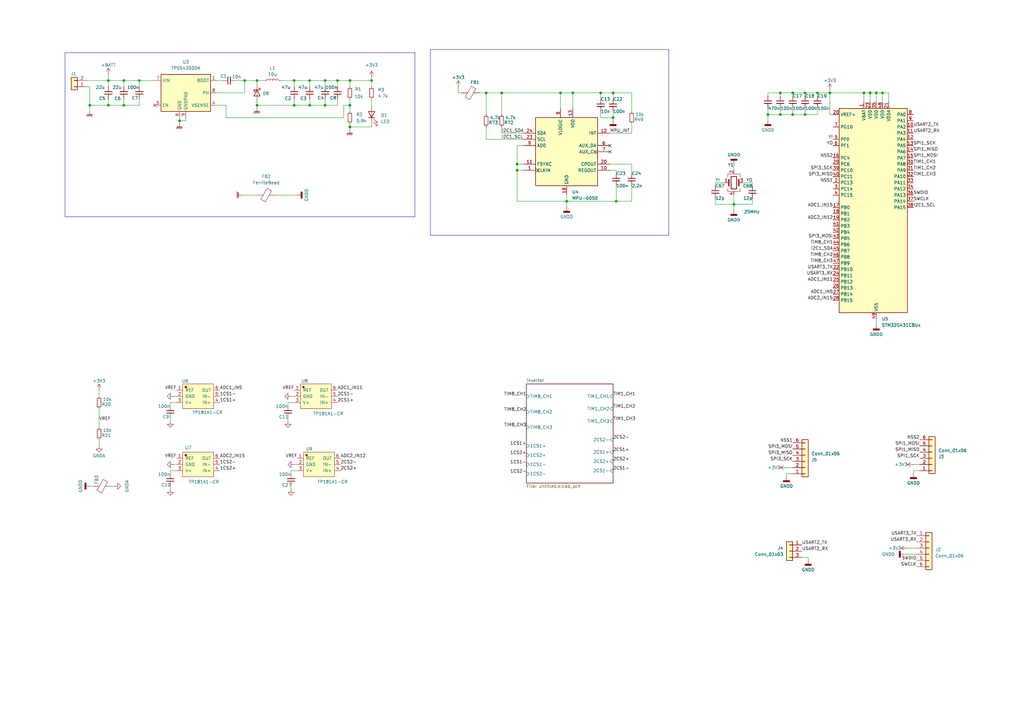
<source format=kicad_sch>
(kicad_sch (version 20231120) (generator "eeschema") (generator_version "8.0")
  (paper "A3")
  (title_block (title "bldc_controller") (date "2023-12-04"))
  (lib_symbols
    (symbol "Connector_Generic:Conn_01x02" (pin_names (offset 1.016) hide)
      (property "Reference" "J" (at 0 2.54 0))
      (property "Value" "Conn_01x02" (at 0 -5.08 0))
      (symbol "Conn_01x02_1_1"
        (pin passive line (at -5.08 0 0) (length 3.81) (name "Pin_1") (number "1"))
        (pin passive line (at -5.08 -2.54 0) (length 3.81) (name "Pin_2") (number "2"))
      )
    )
    (symbol "Connector_Generic:Conn_01x03" (pin_names (offset 1.016) hide)
      (property "Reference" "J" (at 0 5.08 0))
      (property "Value" "Conn_01x03" (at 0 -5.08 0))
      (symbol "Conn_01x03_1_1"
        (pin passive line (at -5.08 2.54 0) (length 3.81) (name "Pin_1") (number "1"))
        (pin passive line (at -5.08 0 0) (length 3.81) (name "Pin_2") (number "2"))
        (pin passive line (at -5.08 -2.54 0) (length 3.81) (name "Pin_3") (number "3"))
      )
    )
    (symbol "Connector_Generic:Conn_01x06" (pin_names (offset 1.016) hide)
      (property "Reference" "J" (at 0 7.62 0))
      (property "Value" "Conn_01x06" (at 0 -10.16 0))
      (symbol "Conn_01x06_1_1"
        (pin passive line (at -5.08 5.08 0) (length 3.81) (name "Pin_1") (number "1"))
        (pin passive line (at -5.08 2.54 0) (length 3.81) (name "Pin_2") (number "2"))
        (pin passive line (at -5.08 0 0) (length 3.81) (name "Pin_3") (number "3"))
        (pin passive line (at -5.08 -2.54 0) (length 3.81) (name "Pin_4") (number "4"))
        (pin passive line (at -5.08 -5.08 0) (length 3.81) (name "Pin_5") (number "5"))
        (pin passive line (at -5.08 -7.62 0) (length 3.81) (name "Pin_6") (number "6"))
      )
    )
    (symbol "Device:C_Small" (pin_numbers hide) (pin_names (offset 0.254) hide)
      (property "Reference" "C" (at 0.254 1.778 0))
      (property "Value" "C_Small" (at 0.254 -2.032 0))
      (symbol "C_Small_1_1"
        (pin passive line (at 0 2.54 270) (length 2.032) (name "~") (number "1"))
        (pin passive line (at 0 -2.54 90) (length 2.032) (name "~") (number "2"))
      )
    )
    (symbol "Device:Crystal_GND24" (pin_names (offset 1.016) hide)
      (property "Reference" "Y" (at 3.175 5.08 0))
      (property "Value" "Crystal_GND24" (at 3.175 3.175 0))
      (symbol "Crystal_GND24_1_1"
        (pin passive line (at -3.81 0 0) (length 1.27) (name "1") (number "1"))
        (pin passive line (at 0 5.08 270) (length 1.27) (name "2") (number "2"))
        (pin passive line (at 3.81 0 180) (length 1.27) (name "3") (number "3"))
        (pin passive line (at 0 -5.08 90) (length 1.27) (name "4") (number "4"))
      )
    )
    (symbol "Device:FerriteBead" (pin_numbers hide) (pin_names (offset 0))
      (property "Reference" "FB" (at -3.81 0.635 90))
      (property "Value" "FerriteBead" (at 3.81 0 90))
      (symbol "FerriteBead_1_1"
        (pin passive line (at 0 3.81 270) (length 2.54) (name "~") (number "1"))
        (pin passive line (at 0 -3.81 90) (length 2.54) (name "~") (number "2"))
      )
    )
    (symbol "Device:L" (pin_numbers hide) (pin_names (offset 1.016) hide)
      (property "Reference" "L" (at -1.27 0 90))
      (property "Value" "L" (at 1.905 0 90))
      (symbol "L_1_1"
        (pin passive line (at 0 3.81 270) (length 1.27) (name "1") (number "1"))
        (pin passive line (at 0 -3.81 90) (length 1.27) (name "2") (number "2"))
      )
    )
    (symbol "Device:LED" (pin_numbers hide) (pin_names (offset 1.016) hide)
      (property "Reference" "D" (at 0 2.54 0))
      (property "Value" "LED" (at 0 -2.54 0))
      (symbol "LED_1_1"
        (pin passive line (at -3.81 0 0) (length 2.54) (name "K") (number "1"))
        (pin passive line (at 3.81 0 180) (length 2.54) (name "A") (number "2"))
      )
    )
    (symbol "Device:R_Small" (pin_numbers hide) (pin_names (offset 0.254) hide)
      (property "Reference" "R" (at 0.762 0.508 0))
      (property "Value" "R_Small" (at 0.762 -1.016 0))
      (symbol "R_Small_1_1"
        (pin passive line (at 0 2.54 270) (length 0.762) (name "~") (number "1"))
        (pin passive line (at 0 -2.54 90) (length 0.762) (name "~") (number "2"))
      )
    )
    (symbol "Diode:1N5712UR" (pin_numbers hide) (pin_names (offset 1.016) hide)
      (property "Reference" "D" (at 0 2.54 0))
      (property "Value" "1N5712UR" (at 0 -2.54 0))
      (symbol "1N5712UR_1_1"
        (pin passive line (at -3.81 0 0) (length 2.54) (name "K") (number "1"))
        (pin passive line (at 3.81 0 180) (length 2.54) (name "A") (number "2"))
      )
    )
    (symbol "MCU_ST_STM32G4:STM32G431CBUx"
      (property "Reference" "U" (at -12.7 44.45 0))
      (property "Value" "STM32G431CBUx" (at 10.16 44.45 0))
      (symbol "STM32G431CBUx_1_1"
        (pin power_in line (at -2.54 45.72 270) (length 2.54) (name "VBAT") (number "1"))
        (pin bidirectional line (at 17.78 35.56 180) (length 2.54) (name "PA2") (number "10"))
        (pin bidirectional line (at 17.78 33.02 180) (length 2.54) (name "PA3") (number "11"))
        (pin bidirectional line (at 17.78 30.48 180) (length 2.54) (name "PA4") (number "12"))
        (pin bidirectional line (at 17.78 27.94 180) (length 2.54) (name "PA5") (number "13"))
        (pin bidirectional line (at 17.78 25.4 180) (length 2.54) (name "PA6") (number "14"))
        (pin bidirectional line (at 17.78 22.86 180) (length 2.54) (name "PA7") (number "15"))
        (pin bidirectional line (at -15.24 22.86 0) (length 2.54) (name "PC4") (number "16"))
        (pin bidirectional line (at -15.24 2.54 0) (length 2.54) (name "PB0") (number "17"))
        (pin bidirectional line (at -15.24 0 0) (length 2.54) (name "PB1") (number "18"))
        (pin bidirectional line (at -15.24 -2.54 0) (length 2.54) (name "PB2") (number "19"))
        (pin bidirectional line (at -15.24 12.7 0) (length 2.54) (name "PC13") (number "2"))
        (pin input line (at -15.24 40.64 0) (length 2.54) (name "VREF+") (number "20"))
        (pin power_in line (at 7.62 45.72 270) (length 2.54) (name "VDDA") (number "21"))
        (pin bidirectional line (at -15.24 -22.86 0) (length 2.54) (name "PB10") (number "22"))
        (pin power_in line (at 0 45.72 270) (length 2.54) (name "VDD") (number "23"))
        (pin bidirectional line (at -15.24 -25.4 0) (length 2.54) (name "PB11") (number "24"))
        (pin bidirectional line (at -15.24 -27.94 0) (length 2.54) (name "PB12") (number "25"))
        (pin bidirectional line (at -15.24 -30.48 0) (length 2.54) (name "PB13") (number "26"))
        (pin bidirectional line (at -15.24 -33.02 0) (length 2.54) (name "PB14") (number "27"))
        (pin bidirectional line (at -15.24 -35.56 0) (length 2.54) (name "PB15") (number "28"))
        (pin bidirectional line (at -15.24 20.32 0) (length 2.54) (name "PC6") (number "29"))
        (pin bidirectional line (at -15.24 10.16 0) (length 2.54) (name "PC14") (number "3"))
        (pin bidirectional line (at 17.78 20.32 180) (length 2.54) (name "PA8") (number "30"))
        (pin bidirectional line (at 17.78 17.78 180) (length 2.54) (name "PA9") (number "31"))
        (pin bidirectional line (at 17.78 15.24 180) (length 2.54) (name "PA10") (number "32"))
        (pin bidirectional line (at 17.78 12.7 180) (length 2.54) (name "PA11") (number "33"))
        (pin bidirectional line (at 17.78 10.16 180) (length 2.54) (name "PA12") (number "34"))
        (pin power_in line (at 2.54 45.72 270) (length 2.54) (name "VDD") (number "35"))
        (pin bidirectional line (at 17.78 7.62 180) (length 2.54) (name "PA13") (number "36"))
        (pin bidirectional line (at 17.78 5.08 180) (length 2.54) (name "PA14") (number "37"))
        (pin bidirectional line (at 17.78 2.54 180) (length 2.54) (name "PA15") (number "38"))
        (pin bidirectional line (at -15.24 17.78 0) (length 2.54) (name "PC10") (number "39"))
        (pin bidirectional line (at -15.24 7.62 0) (length 2.54) (name "PC15") (number "4"))
        (pin bidirectional line (at -15.24 15.24 0) (length 2.54) (name "PC11") (number "40"))
        (pin bidirectional line (at -15.24 -5.08 0) (length 2.54) (name "PB3") (number "41"))
        (pin bidirectional line (at -15.24 -7.62 0) (length 2.54) (name "PB4") (number "42"))
        (pin bidirectional line (at -15.24 -10.16 0) (length 2.54) (name "PB5") (number "43"))
        (pin bidirectional line (at -15.24 -12.7 0) (length 2.54) (name "PB6") (number "44"))
        (pin bidirectional line (at -15.24 -15.24 0) (length 2.54) (name "PB7") (number "45"))
        (pin bidirectional line (at -15.24 -17.78 0) (length 2.54) (name "PB8") (number "46"))
        (pin bidirectional line (at -15.24 -20.32 0) (length 2.54) (name "PB9") (number "47"))
        (pin power_in line (at 5.08 45.72 270) (length 2.54) (name "VDD") (number "48"))
        (pin power_in line (at 2.54 -43.18 90) (length 2.54) (name "VSS") (number "49"))
        (pin bidirectional line (at -15.24 30.48 0) (length 2.54) (name "PF0") (number "5"))
        (pin bidirectional line (at -15.24 27.94 0) (length 2.54) (name "PF1") (number "6"))
        (pin bidirectional line (at -15.24 35.56 0) (length 2.54) (name "PG10") (number "7"))
        (pin bidirectional line (at 17.78 40.64 180) (length 2.54) (name "PA0") (number "8"))
        (pin bidirectional line (at 17.78 38.1 180) (length 2.54) (name "PA1") (number "9"))
      )
    )
    (symbol "Regulator_Switching:TPS5430DDA"
      (property "Reference" "U" (at -10.16 8.89 0))
      (property "Value" "TPS5430DDA" (at -1.27 8.89 0))
      (symbol "TPS5430DDA_1_1"
        (pin input line (at 12.7 5.08 180) (length 2.54) (name "BOOT") (number "1"))
        (pin no_connect line (at -10.16 2.54 0) (length 2.54) hide (name "NC") (number "2"))
        (pin no_connect line (at -10.16 -2.54 0) (length 2.54) hide (name "NC") (number "3"))
        (pin input line (at 12.7 -5.08 180) (length 2.54) (name "VSENSE") (number "4"))
        (pin input line (at -12.7 -5.08 0) (length 2.54) (name "EN") (number "5"))
        (pin power_in line (at -2.54 -10.16 90) (length 2.54) (name "GND") (number "6"))
        (pin power_in line (at -12.7 5.08 0) (length 2.54) (name "VIN") (number "7"))
        (pin output line (at 12.7 0 180) (length 2.54) (name "PH") (number "8"))
        (pin power_in line (at 0 -10.16 90) (length 2.54) (name "GNDPAD") (number "9"))
      )
    )
    (symbol "Sensor_Motion:MPU-6050"
      (property "Reference" "U" (at -11.43 13.97 0))
      (property "Value" "MPU-6050" (at 7.62 -15.24 0))
      (symbol "MPU-6050_0_0"
        (text "" (at 12.7 -2.54 0) (effects (font (size 1.27 1.27))))
      )
      (symbol "MPU-6050_1_1"
        (pin input clock (at -17.78 -7.62 0) (length 5.08) (name "CLKIN") (number "1"))
        (pin passive line (at 17.78 -7.62 180) (length 5.08) (name "REGOUT") (number "10"))
        (pin input line (at -17.78 -5.08 0) (length 5.08) (name "FSYNC") (number "11"))
        (pin output line (at 17.78 7.62 180) (length 5.08) (name "INT") (number "12"))
        (pin power_in line (at 2.54 17.78 270) (length 3.81) (name "VDD") (number "13"))
        (pin no_connect line (at -12.7 -10.16 0) (length 2.54) hide (name "NC") (number "14"))
        (pin no_connect line (at 12.7 12.7 180) (length 2.54) hide (name "NC") (number "15"))
        (pin no_connect line (at 12.7 10.16 180) (length 2.54) hide (name "NC") (number "16"))
        (pin no_connect line (at 12.7 5.08 180) (length 2.54) hide (name "NC") (number "17"))
        (pin power_in line (at 0 -17.78 90) (length 3.81) (name "GND") (number "18"))
        (pin no_connect line (at 12.7 -10.16 180) (length 2.54) hide (name "RESV") (number "19"))
        (pin no_connect line (at -12.7 12.7 0) (length 2.54) hide (name "NC") (number "2"))
        (pin passive line (at 17.78 -5.08 180) (length 5.08) (name "CPOUT") (number "20"))
        (pin no_connect line (at 12.7 -2.54 180) (length 2.54) hide (name "RESV") (number "21"))
        (pin no_connect line (at 12.7 -12.7 180) (length 2.54) hide (name "RESV") (number "22"))
        (pin input line (at -17.78 5.08 0) (length 5.08) (name "SCL") (number "23"))
        (pin bidirectional line (at -17.78 7.62 0) (length 5.08) (name "SDA") (number "24"))
        (pin no_connect line (at -12.7 10.16 0) (length 2.54) hide (name "NC") (number "3"))
        (pin no_connect line (at -12.7 0 0) (length 2.54) hide (name "NC") (number "4"))
        (pin no_connect line (at -12.7 -2.54 0) (length 2.54) hide (name "NC") (number "5"))
        (pin bidirectional line (at 17.78 2.54 180) (length 5.08) (name "AUX_DA") (number "6"))
        (pin output clock (at 17.78 0 180) (length 5.08) (name "AUX_CL") (number "7"))
        (pin power_in line (at -2.54 17.78 270) (length 3.81) (name "VLOGIC") (number "8"))
        (pin input line (at -17.78 2.54 0) (length 5.08) (name "AD0") (number "9"))
      )
    )
    (symbol "bldcDriver:TP181A1-CR" (pin_names (offset 1.016))
      (property "Reference" "U" (at 0 7.6962 0))
      (property "Value" "TP181A1-CR" (at 0 12.7762 0))
      (symbol "TP181A1-CR_1_1"
        (pin input line (at -8.89 2.54 0) (length 2.54) (name "REF") (number "1"))
        (pin input line (at -8.89 0 0) (length 2.54) (name "GND") (number "2"))
        (pin input line (at -8.89 -2.54 0) (length 2.54) (name "V+") (number "3"))
        (pin input line (at 8.89 -2.54 180) (length 2.54) (name "IN+") (number "4"))
        (pin input line (at 8.89 0 180) (length 2.54) (name "IN-") (number "5"))
        (pin input line (at 8.89 2.54 180) (length 2.54) (name "OUT") (number "6"))
      )
    )
    (symbol "power:+3V3" (power) (pin_numbers hide) (pin_names (offset 0) hide)
      (property "Value" "+3V3" (at 0 3.556 0))
      (symbol "+3V3_1_1"
        (pin power_in line (at 0 0 90) (length 0) (name "~") (number "1"))
      )
    )
    (symbol "power:+5V" (power) (pin_numbers hide) (pin_names (offset 0) hide)
      (property "Value" "+5V" (at 0 3.556 0))
      (symbol "+5V_1_1"
        (pin power_in line (at 0 0 90) (length 0) (name "~") (number "1"))
      )
    )
    (symbol "power:+BATT" (power) (pin_numbers hide) (pin_names (offset 0) hide)
      (property "Value" "+BATT" (at 0 3.556 0))
      (symbol "+BATT_1_1"
        (pin power_in line (at 0 0 90) (length 0) (name "~") (number "1"))
      )
    )
    (symbol "power:GNDA" (power) (pin_numbers hide) (pin_names (offset 0) hide)
      (property "Value" "GNDA" (at 0 -3.81 0))
      (symbol "GNDA_1_1"
        (pin power_in line (at 0 0 270) (length 0) (name "~") (number "1"))
      )
    )
    (symbol "power:GNDD" (power) (pin_numbers hide) (pin_names (offset 0) hide)
      (property "Value" "GNDD" (at 0 -3.175 0))
      (symbol "GNDD_1_1"
        (pin power_in line (at 0 0 270) (length 0) (name "~") (number "1"))
      )
    )
    (symbol "power:GNDPWR" (power) (pin_numbers hide) (pin_names (offset 0) hide)
      (property "Value" "GNDPWR" (at 0 -3.302 0))
      (symbol "GNDPWR_1_1"
        (pin power_in line (at 0 0 270) (length 0) (name "~") (number "1"))
      )
    )
  )
  (junction (at 57.15 33.02))
  (junction (at 359.41 38.1))
  (junction (at 127 43.18))
  (junction (at 199.39 38.1))
  (junction (at 143.51 43.18))
  (junction (at 44.45 33.02))
  (junction (at 314.96 46.99))
  (junction (at 143.51 33.02))
  (junction (at 138.43 33.02))
  (junction (at 335.28 38.1))
  (junction (at 133.35 33.02))
  (junction (at 325.12 46.99))
  (junction (at 251.46 38.1))
  (junction (at 50.8 33.02))
  (junction (at 152.4 33.02))
  (junction (at 133.35 43.18))
  (junction (at 143.51 52.07))
  (junction (at 212.09 69.85))
  (junction (at 105.41 43.18))
  (junction (at 212.09 67.31))
  (junction (at 73.66 49.53))
  (junction (at 232.41 82.55))
  (junction (at 361.95 38.1))
  (junction (at 330.2 38.1))
  (junction (at 50.8 43.18))
  (junction (at 234.95 38.1))
  (junction (at 120.65 43.18))
  (junction (at 356.87 38.1))
  (junction (at 300.99 83.82))
  (junction (at 320.04 38.1))
  (junction (at 205.74 38.1))
  (junction (at 120.65 33.02))
  (junction (at 325.12 38.1))
  (junction (at 246.38 38.1))
  (junction (at 320.04 46.99))
  (junction (at 252.73 82.55))
  (junction (at 44.45 43.18))
  (junction (at 354.33 38.1))
  (junction (at 105.41 33.02))
  (junction (at 100.33 33.02))
  (junction (at 340.36 38.1))
  (junction (at 127 33.02))
  (junction (at 251.46 48.26))
  (junction (at 36.83 43.18))
  (junction (at 330.2 46.99))
  (junction (at 229.87 38.1))
  (no_connect (at 250.19 62.23))
  (no_connect (at 63.5 43.18))
  (no_connect (at 250.19 59.69))
  (wire (pts (xy 127 40.64) (xy 127 43.18)))
  (wire (pts (xy 45.72 199.39) (xy 46.99 199.39)))
  (wire (pts (xy 120.65 165.1) (xy 118.11 165.1)))
  (wire (pts (xy 300.99 83.82) (xy 300.99 80.01)))
  (wire (pts (xy 35.56 33.02) (xy 44.45 33.02)))
  (wire (pts (xy 325.12 38.1) (xy 325.12 39.37)))
  (wire (pts (xy 320.04 39.37) (xy 320.04 38.1)))
  (wire (pts (xy 314.96 46.99) (xy 314.96 49.53)))
  (wire (pts (xy 356.87 38.1) (xy 356.87 41.91)))
  (wire (pts (xy 143.51 40.64) (xy 143.51 43.18)))
  (wire (pts (xy 187.96 38.1) (xy 189.23 38.1)))
  (wire (pts (xy 374.65 193.04) (xy 374.65 194.31)))
  (wire (pts (xy 105.41 41.91) (xy 105.41 43.18)))
  (wire (pts (xy 214.63 69.85) (xy 212.09 69.85)))
  (wire (pts (xy 152.4 35.56) (xy 152.4 33.02)))
  (wire (pts (xy 152.4 31.75) (xy 152.4 33.02)))
  (wire (pts (xy 105.41 43.18) (xy 105.41 44.45)))
  (wire (pts (xy 359.41 38.1) (xy 361.95 38.1)))
  (wire (pts (xy 57.15 33.02) (xy 63.5 33.02)))
  (wire (pts (xy 205.74 38.1) (xy 229.87 38.1)))
  (wire (pts (xy 196.85 38.1) (xy 199.39 38.1)))
  (wire (pts (xy 120.65 43.18) (xy 105.41 43.18)))
  (wire (pts (xy 259.08 50.8) (xy 259.08 54.61)))
  (wire (pts (xy 36.83 43.18) (xy 36.83 35.56)))
  (wire (pts (xy 133.35 40.64) (xy 133.35 43.18)))
  (wire (pts (xy 354.33 38.1) (xy 356.87 38.1)))
  (wire (pts (xy 232.41 80.01) (xy 232.41 82.55)))
  (wire (pts (xy 328.93 228.6) (xy 331.47 228.6)))
  (wire (pts (xy 314.96 38.1) (xy 320.04 38.1)))
  (wire (pts (xy 205.74 54.61) (xy 214.63 54.61)))
  (wire (pts (xy 330.2 46.99) (xy 335.28 46.99)))
  (wire (pts (xy 314.96 46.99) (xy 320.04 46.99)))
  (wire (pts (xy 335.28 44.45) (xy 335.28 46.99)))
  (wire (pts (xy 40.64 160.02) (xy 40.64 162.56)))
  (wire (pts (xy 372.11 224.79) (xy 375.92 224.79)))
  (wire (pts (xy 127 43.18) (xy 120.65 43.18)))
  (wire (pts (xy 232.41 82.55) (xy 232.41 85.09)))
  (wire (pts (xy 293.37 74.93) (xy 293.37 76.2)))
  (wire (pts (xy 340.36 46.99) (xy 341.63 46.99)))
  (wire (pts (xy 57.15 35.56) (xy 57.15 33.02)))
  (wire (pts (xy 44.45 35.56) (xy 44.45 33.02)))
  (wire (pts (xy 314.96 39.37) (xy 314.96 38.1)))
  (wire (pts (xy 133.35 43.18) (xy 127 43.18)))
  (wire (pts (xy 322.58 191.77) (xy 325.12 191.77)))
  (wire (pts (xy 320.04 44.45) (xy 320.04 46.99)))
  (wire (pts (xy 308.61 81.28) (xy 308.61 83.82)))
  (wire (pts (xy 73.66 49.53) (xy 76.2 49.53)))
  (wire (pts (xy 250.19 69.85) (xy 252.73 69.85)))
  (wire (pts (xy 322.58 194.31) (xy 325.12 194.31)))
  (wire (pts (xy 152.4 52.07) (xy 143.51 52.07)))
  (wire (pts (xy 36.83 35.56) (xy 35.56 35.56)))
  (wire (pts (xy 335.28 38.1) (xy 335.28 39.37)))
  (wire (pts (xy 199.39 38.1) (xy 205.74 38.1)))
  (wire (pts (xy 330.2 44.45) (xy 330.2 46.99)))
  (wire (pts (xy 44.45 30.48) (xy 44.45 33.02)))
  (wire (pts (xy 99.06 80.01) (xy 105.41 80.01)))
  (wire (pts (xy 354.33 38.1) (xy 354.33 41.91)))
  (wire (pts (xy 252.73 76.2) (xy 252.73 82.55)))
  (wire (pts (xy 374.65 190.5) (xy 377.19 190.5)))
  (wire (pts (xy 361.95 38.1) (xy 364.49 38.1)))
  (wire (pts (xy 36.83 45.72) (xy 36.83 43.18)))
  (wire (pts (xy 113.03 80.01) (xy 121.92 80.01)))
  (wire (pts (xy 300.99 69.85) (xy 300.99 67.31)))
  (wire (pts (xy 359.41 130.81) (xy 359.41 133.35)))
  (wire (pts (xy 69.85 193.04) (xy 69.85 194.31)))
  (wire (pts (xy 234.95 38.1) (xy 246.38 38.1)))
  (wire (pts (xy 92.71 48.26) (xy 92.71 43.18)))
  (wire (pts (xy 105.41 33.02) (xy 107.95 33.02)))
  (wire (pts (xy 229.87 38.1) (xy 234.95 38.1)))
  (wire (pts (xy 331.47 228.6) (xy 331.47 229.87)))
  (wire (pts (xy 40.64 180.34) (xy 40.64 182.88)))
  (wire (pts (xy 304.8 74.93) (xy 308.61 74.93)))
  (wire (pts (xy 252.73 69.85) (xy 252.73 71.12)))
  (wire (pts (xy 250.19 67.31) (xy 259.08 67.31)))
  (wire (pts (xy 138.43 35.56) (xy 138.43 33.02)))
  (wire (pts (xy 72.39 162.56) (xy 71.12 162.56)))
  (wire (pts (xy 133.35 33.02) (xy 138.43 33.02)))
  (wire (pts (xy 143.51 43.18) (xy 143.51 45.72)))
  (wire (pts (xy 293.37 81.28) (xy 293.37 83.82)))
  (wire (pts (xy 259.08 67.31) (xy 259.08 71.12)))
  (wire (pts (xy 340.36 38.1) (xy 354.33 38.1)))
  (wire (pts (xy 199.39 57.15) (xy 199.39 52.07)))
  (wire (pts (xy 40.64 167.64) (xy 40.64 175.26)))
  (wire (pts (xy 50.8 33.02) (xy 57.15 33.02)))
  (wire (pts (xy 73.66 49.53) (xy 73.66 48.26)))
  (wire (pts (xy 100.33 33.02) (xy 105.41 33.02)))
  (wire (pts (xy 320.04 46.99) (xy 325.12 46.99)))
  (wire (pts (xy 229.87 38.1) (xy 229.87 44.45)))
  (wire (pts (xy 44.45 40.64) (xy 44.45 43.18)))
  (wire (pts (xy 143.51 43.18) (xy 140.97 43.18)))
  (wire (pts (xy 322.58 194.31) (xy 322.58 195.58)))
  (wire (pts (xy 293.37 83.82) (xy 300.99 83.82)))
  (wire (pts (xy 127 35.56) (xy 127 33.02)))
  (wire (pts (xy 340.36 36.83) (xy 340.36 38.1)))
  (wire (pts (xy 100.33 38.1) (xy 100.33 33.02)))
  (wire (pts (xy 259.08 38.1) (xy 251.46 38.1)))
  (wire (pts (xy 246.38 38.1) (xy 251.46 38.1)))
  (wire (pts (xy 36.83 43.18) (xy 44.45 43.18)))
  (wire (pts (xy 121.92 193.04) (xy 119.38 193.04)))
  (wire (pts (xy 143.51 52.07) (xy 143.51 50.8)))
  (wire (pts (xy 119.38 199.39) (xy 119.38 200.66)))
  (wire (pts (xy 246.38 38.1) (xy 246.38 40.64)))
  (wire (pts (xy 69.85 171.45) (xy 69.85 172.72)))
  (wire (pts (xy 69.85 165.1) (xy 69.85 166.37)))
  (wire (pts (xy 212.09 69.85) (xy 212.09 82.55)))
  (wire (pts (xy 72.39 190.5) (xy 71.12 190.5)))
  (wire (pts (xy 69.85 199.39) (xy 69.85 200.66)))
  (wire (pts (xy 50.8 43.18) (xy 57.15 43.18)))
  (wire (pts (xy 127 33.02) (xy 120.65 33.02)))
  (wire (pts (xy 73.66 50.8) (xy 73.66 49.53)))
  (wire (pts (xy 361.95 38.1) (xy 361.95 41.91)))
  (wire (pts (xy 359.41 38.1) (xy 359.41 41.91)))
  (wire (pts (xy 140.97 48.26) (xy 92.71 48.26)))
  (wire (pts (xy 105.41 33.02) (xy 105.41 34.29)))
  (wire (pts (xy 212.09 82.55) (xy 232.41 82.55)))
  (wire (pts (xy 143.51 33.02) (xy 138.43 33.02)))
  (wire (pts (xy 50.8 40.64) (xy 50.8 43.18)))
  (wire (pts (xy 234.95 38.1) (xy 234.95 44.45)))
  (wire (pts (xy 212.09 67.31) (xy 212.09 69.85)))
  (wire (pts (xy 143.51 35.56) (xy 143.51 33.02)))
  (wire (pts (xy 38.1 199.39) (xy 36.83 199.39)))
  (wire (pts (xy 308.61 74.93) (xy 308.61 76.2)))
  (wire (pts (xy 44.45 43.18) (xy 50.8 43.18)))
  (wire (pts (xy 314.96 44.45) (xy 314.96 46.99)))
  (wire (pts (xy 72.39 193.04) (xy 69.85 193.04)))
  (wire (pts (xy 138.43 40.64) (xy 138.43 43.18)))
  (wire (pts (xy 120.65 162.56) (xy 119.38 162.56)))
  (wire (pts (xy 330.2 38.1) (xy 330.2 39.37)))
  (wire (pts (xy 127 33.02) (xy 133.35 33.02)))
  (wire (pts (xy 325.12 38.1) (xy 330.2 38.1)))
  (wire (pts (xy 50.8 35.56) (xy 50.8 33.02)))
  (wire (pts (xy 251.46 38.1) (xy 251.46 40.64)))
  (wire (pts (xy 340.36 38.1) (xy 340.36 46.99)))
  (wire (pts (xy 259.08 45.72) (xy 259.08 38.1)))
  (wire (pts (xy 251.46 45.72) (xy 251.46 48.26)))
  (wire (pts (xy 370.84 227.33) (xy 375.92 227.33)))
  (wire (pts (xy 199.39 38.1) (xy 199.39 46.99)))
  (wire (pts (xy 252.73 82.55) (xy 232.41 82.55)))
  (wire (pts (xy 259.08 82.55) (xy 252.73 82.55)))
  (wire (pts (xy 133.35 35.56) (xy 133.35 33.02)))
  (wire (pts (xy 214.63 57.15) (xy 199.39 57.15)))
  (wire (pts (xy 187.96 35.56) (xy 187.96 38.1)))
  (wire (pts (xy 120.65 33.02) (xy 115.57 33.02)))
  (wire (pts (xy 205.74 52.07) (xy 205.74 54.61)))
  (wire (pts (xy 325.12 44.45) (xy 325.12 46.99)))
  (wire (pts (xy 330.2 38.1) (xy 335.28 38.1)))
  (wire (pts (xy 140.97 43.18) (xy 140.97 48.26)))
  (wire (pts (xy 246.38 48.26) (xy 251.46 48.26)))
  (wire (pts (xy 118.11 165.1) (xy 118.11 166.37)))
  (wire (pts (xy 143.51 53.34) (xy 143.51 52.07)))
  (wire (pts (xy 119.38 193.04) (xy 119.38 194.31)))
  (wire (pts (xy 120.65 40.64) (xy 120.65 43.18)))
  (wire (pts (xy 212.09 59.69) (xy 212.09 67.31)))
  (wire (pts (xy 300.99 83.82) (xy 308.61 83.82)))
  (wire (pts (xy 120.65 35.56) (xy 120.65 33.02)))
  (wire (pts (xy 205.74 46.99) (xy 205.74 38.1)))
  (wire (pts (xy 88.9 38.1) (xy 100.33 38.1)))
  (wire (pts (xy 57.15 40.64) (xy 57.15 43.18)))
  (wire (pts (xy 364.49 38.1) (xy 364.49 41.91)))
  (wire (pts (xy 152.4 50.8) (xy 152.4 52.07)))
  (wire (pts (xy 214.63 59.69) (xy 212.09 59.69)))
  (wire (pts (xy 246.38 45.72) (xy 246.38 48.26)))
  (wire (pts (xy 335.28 38.1) (xy 340.36 38.1)))
  (wire (pts (xy 44.45 33.02) (xy 50.8 33.02)))
  (wire (pts (xy 138.43 43.18) (xy 133.35 43.18)))
  (wire (pts (xy 297.18 74.93) (xy 293.37 74.93)))
  (wire (pts (xy 300.99 83.82) (xy 300.99 86.36)))
  (wire (pts (xy 251.46 48.26) (xy 251.46 49.53)))
  (wire (pts (xy 118.11 171.45) (xy 118.11 172.72)))
  (wire (pts (xy 121.92 190.5) (xy 120.65 190.5)))
  (wire (pts (xy 72.39 165.1) (xy 69.85 165.1)))
  (wire (pts (xy 214.63 67.31) (xy 212.09 67.31)))
  (wire (pts (xy 143.51 33.02) (xy 152.4 33.02)))
  (wire (pts (xy 259.08 54.61) (xy 250.19 54.61)))
  (wire (pts (xy 88.9 33.02) (xy 91.44 33.02)))
  (wire (pts (xy 374.65 193.04) (xy 377.19 193.04)))
  (wire (pts (xy 152.4 40.64) (xy 152.4 43.18)))
  (wire (pts (xy 325.12 46.99) (xy 330.2 46.99)))
  (wire (pts (xy 320.04 38.1) (xy 325.12 38.1)))
  (wire (pts (xy 96.52 33.02) (xy 100.33 33.02)))
  (wire (pts (xy 356.87 38.1) (xy 359.41 38.1)))
  (wire (pts (xy 76.2 48.26) (xy 76.2 49.53)))
  (wire (pts (xy 92.71 43.18) (xy 88.9 43.18)))
  (wire (pts (xy 259.08 76.2) (xy 259.08 82.55)))
  (rectangle (start 26.67 21.59) (end 170.18 88.9))
  (rectangle (start 176.53 20.32) (end 274.32 96.52))
  (label "MPU_INT" (at 250.19 54.61 0))
  (label "TIM8_CH2" (at 341.63 105.41 180))
  (label "2CS1+" (at 138.43 165.1 0))
  (label "1CS2+" (at 90.17 193.04 0))
  (label "NSS2" (at 341.63 64.77 180))
  (label "USART3_TX" (at 375.92 219.71 180))
  (label "2CS1-" (at 138.43 162.56 0))
  (label "SPI3_SCK" (at 341.63 69.85 180))
  (label "1CS2-" (at 215.9 194.31 180))
  (label "ADC1_IN15" (at 341.63 85.09 180))
  (label "ADC1_IN5" (at 341.63 120.65 180))
  (label "1CS2+" (at 215.9 186.69 180))
  (label "ADC2_IN15" (at 341.63 123.19 180))
  (label "USART3_TX" (at 341.63 110.49 180))
  (label "VREF" (at 72.39 160.02 180))
  (label "YI" (at 341.63 57.15 180))
  (label "1CS2-" (at 90.17 190.5 0))
  (label "SPI1_SCK" (at 377.19 187.96 180))
  (label "NSS2" (at 377.19 180.34 180))
  (label "1CS1-" (at 215.9 190.5 180))
  (label "SPI3_MISO" (at 341.63 72.39 180))
  (label "SWCLK" (at 375.92 232.41 180))
  (label "VREF" (at 40.64 172.72 0))
  (label "TIM8_CH2" (at 215.9 168.91 180))
  (label "SPI1_MOSI" (at 377.19 182.88 180))
  (label "2CS2+" (at 251.46 189.23 0))
  (label "VREF" (at 72.39 187.96 180))
  (label "1CS1+" (at 215.9 182.88 180))
  (label "ADC2_IN12" (at 341.63 90.17 180))
  (label "TIM1_CH1" (at 374.65 67.31 0))
  (label "2CS1+" (at 251.46 185.42 0))
  (label "SWDIO" (at 374.65 80.01 0))
  (label "1CS1+" (at 90.17 165.1 0))
  (label "USART2_RX" (at 328.93 226.06 0))
  (label "SPI1_SCK" (at 374.65 59.69 0))
  (label "SPI3_MOSI" (at 325.12 184.15 180))
  (label "ADC2_IN15" (at 90.17 187.96 0))
  (label "NSS1" (at 325.12 181.61 180))
  (label "SWCLK" (at 374.65 82.55 0))
  (label "TIM1_CH1" (at 251.46 162.56 0))
  (label "TIM1_CH3" (at 374.65 72.39 0))
  (label "NSS1" (at 341.63 74.93 180))
  (label "VREF" (at 121.92 187.96 180))
  (label "SWDIO" (at 375.92 229.87 180))
  (label "I2C1_SDA" (at 341.63 102.87 180))
  (label "TIM1_CH2" (at 251.46 167.64 0))
  (label "SPI1_MISO" (at 377.19 185.42 180))
  (label "TIM1_CH2" (at 374.65 69.85 0))
  (label "USART2_TX" (at 328.93 223.52 0))
  (label "USART3_RX" (at 341.63 113.03 180))
  (label "TIM8_CH3" (at 215.9 175.26 180))
  (label "SPI3_MISO" (at 325.12 186.69 180))
  (label "2CS1-" (at 251.46 193.04 0))
  (label "2CS2+" (at 139.7 193.04 0))
  (label "YO" (at 308.61 74.93 180))
  (label "2CS2-" (at 139.7 190.5 0))
  (label "YI" (at 293.37 74.93 0))
  (label "1CS1-" (at 90.17 162.56 0))
  (label "ADC1_IN5" (at 90.17 160.02 0))
  (label "SPI1_MOSI" (at 374.65 64.77 0))
  (label "YO" (at 341.63 59.69 180))
  (label "SPI3_MOSI" (at 341.63 97.79 180))
  (label "USART2_TX" (at 374.65 52.07 0))
  (label "TIM8_CH3" (at 341.63 107.95 180))
  (label "TIM8_CH1" (at 341.63 100.33 180))
  (label "I2C1_SCL" (at 374.65 85.09 0))
  (label "ADC1_IN11" (at 341.63 115.57 180))
  (label "VREF" (at 120.65 160.02 180))
  (label "SPI3_SCK" (at 325.12 189.23 180))
  (label "USART3_RX" (at 375.92 222.25 180))
  (label "TIM8_CH1" (at 215.9 162.56 180))
  (label "2CS2-" (at 251.46 180.34 0))
  (label "ADC1_IN11" (at 138.43 160.02 0))
  (label "I2C1_SDA" (at 205.74 54.61 0))
  (label "ADC2_IN12" (at 139.7 187.96 0))
  (label "TIM1_CH3" (at 251.46 172.72 0))
  (label "SPI1_MISO" (at 374.65 62.23 0))
  (label "I2C1_SCL" (at 214.63 57.15 180))
  (label "USART2_RX" (at 374.65 54.61 0))
  (symbol (lib_id "bldcDriver:TP181A1-CR") (at 129.54 162.56 0) (unit 1)
    (property "Reference" "U8" (at 124.968 156.21 0))
    (property "Value" "TP181A1-CR" (at 134.62 169.672 0))
    (property "Footprint" "balancerDriver:SC70-6_L2.1-W1.3-P0.65-LS2.3-BL" (effects (hide yes)))
    (property "Description" "C2902349" (effects (hide yes)))
    (property "uuid" "std:6fa9b53b099d40dc95a02bf17e7a1fcf" (effects (hide yes)))
  )
  (symbol (lib_id "Device:C_Small") (at 93.98 33.02 90) (unit 1)
    (property "Reference" "C1" (at 91.694 31.242 90))
    (property "Value" "10n" (at 97.028 31.496 90))
    (property "Footprint" "Capacitor_SMD:C_0603_1608Metric_Pad1.08x0.95mm_HandSolder" (effects (hide yes)))
    (property "Description" "Unpolarized capacitor, small symbol" (effects (hide yes)))
  )
  (symbol (lib_id "Device:FerriteBead") (at 109.22 80.01 90) (unit 1)
    (property "Reference" "FB2" (at 109.1692 72.39 90))
    (property "Value" "FerriteBead" (at 109.1692 74.93 90))
    (property "Footprint" "Capacitor_SMD:C_0603_1608Metric_Pad1.08x0.95mm_HandSolder" (effects (hide yes)))
    (property "Description" "Ferrite bead" (effects (hide yes)))
  )
  (symbol (lib_id "power:GNDA") (at 71.12 162.56 270) (unit 1)
    (property "Reference" "#PWR034" (effects (hide yes)))
    (property "Value" "GNDA" (effects (hide yes)))
    (property "Description" "Power symbol creates a global label with name \"GNDA\" , analog ground" (effects (hide yes)))
  )
  (symbol (lib_id "Device:L") (at 111.76 33.02 90) (unit 1)
    (property "Reference" "L1" (at 111.76 27.94 90))
    (property "Value" "10u" (at 111.76 30.48 90))
    (property "Footprint" "Inductor_SMD:L_Taiyo-Yuden_NR-40xx_HandSoldering" (effects (hide yes)))
    (property "Description" "Inductor" (effects (hide yes)))
  )
  (symbol (lib_id "Connector_Generic:Conn_01x02") (at 30.48 35.56 180) (unit 1)
    (property "Reference" "J1" (at 30.226 30.226 0))
    (property "Value" "Conn_01x02" (effects (hide yes)))
    (property "Footprint" "balancerDriver:CONN-TH_XT30UPB-M" (effects (hide yes)))
    (property "Description" "Generic connector, single row, 01x02, script generated (kicad-library-utils/schlib/autogen/connector/)" (effects (hide yes)))
  )
  (symbol (lib_id "Regulator_Switching:TPS5430DDA") (at 76.2 38.1 0) (unit 1)
    (property "Reference" "U3" (at 76.2 25.4 0))
    (property "Value" "TPS5430DDA" (at 76.2 27.94 0))
    (property "Footprint" "Package_SO:TI_SO-PowerPAD-8_ThermalVias" (effects (hide yes)))
    (property "Datasheet" "http://www.ti.com/lit/ds/symlink/tps5430.pdf" (effects (hide yes)))
    (property "Description" "3A, Step Down Swift Converter, Adjustable Output Voltage, 5.5-36V Input Voltage, PowerSO-8" (effects (hide yes)))
  )
  (symbol (lib_id "power:GNDD") (at 322.58 195.58 0) (unit 1)
    (property "Reference" "#PWR018" (effects (hide yes)))
    (property "Value" "GNDD" (at 322.58 199.39 0))
    (property "Description" "Power symbol creates a global label with name \"GNDD\" , digital ground" (effects (hide yes)))
  )
  (symbol (lib_id "power:GNDPWR") (at 105.41 44.45 0) (unit 1)
    (property "Reference" "#PWR03" (effects (hide yes)))
    (property "Value" "GNDPWR" (effects (hide yes)))
    (property "Description" "Power symbol creates a global label with name \"GNDPWR\" , global ground" (effects (hide yes)))
  )
  (symbol (lib_id "Device:R_Small") (at 205.74 49.53 0) (unit 1)
    (property "Reference" "R72" (at 206.756 50.292 0) (effects (justify left)))
    (property "Value" "4.7k" (at 207.264 48.26 0) (effects (justify left)))
    (property "Footprint" "Resistor_SMD:R_0603_1608Metric_Pad0.98x0.95mm_HandSolder" (effects (hide yes)))
    (property "Description" "Resistor, small symbol" (effects (hide yes)))
  )
  (symbol (lib_id "bldcDriver:TP181A1-CR") (at 81.28 190.5 0) (unit 1)
    (property "Reference" "U7" (at 77.216 183.642 0))
    (property "Value" "TP181A1-CR" (at 83.566 197.612 0))
    (property "Footprint" "balancerDriver:SC70-6_L2.1-W1.3-P0.65-LS2.3-BL" (effects (hide yes)))
    (property "Description" "C2902349" (effects (hide yes)))
    (property "uuid" "std:6fa9b53b099d40dc95a02bf17e7a1fcf" (effects (hide yes)))
  )
  (symbol (lib_id "power:GNDD") (at 232.41 85.09 0) (unit 1)
    (property "Reference" "#PWR09" (effects (hide yes)))
    (property "Value" "GNDD" (at 232.41 88.9 0))
    (property "Description" "Power symbol creates a global label with name \"GNDD\" , digital ground" (effects (hide yes)))
  )
  (symbol (lib_id "Device:C_Small") (at 138.43 38.1 180) (unit 1)
    (property "Reference" "C8" (at 136.652 40.132 0))
    (property "Value" "100n" (at 135.89 35.814 0))
    (property "Footprint" "Capacitor_SMD:C_0603_1608Metric_Pad1.08x0.95mm_HandSolder" (effects (hide yes)))
    (property "Description" "Unpolarized capacitor, small symbol" (effects (hide yes)))
  )
  (symbol (lib_id "Device:C_Small") (at 69.85 196.85 180) (unit 1)
    (property "Reference" "C10" (at 68.072 198.882 0))
    (property "Value" "100n" (at 67.31 194.564 0))
    (property "Footprint" "Capacitor_SMD:C_0603_1608Metric_Pad1.08x0.95mm_HandSolder" (effects (hide yes)))
    (property "Description" "Unpolarized capacitor, small symbol" (effects (hide yes)))
  )
  (symbol (lib_id "Device:R_Small") (at 40.64 177.8 0) (unit 1)
    (property "Reference" "R21" (at 41.656 178.562 0) (effects (justify left)))
    (property "Value" "10k" (at 42.164 176.53 0) (effects (justify left)))
    (property "Footprint" "Resistor_SMD:R_0603_1608Metric_Pad0.98x0.95mm_HandSolder" (effects (hide yes)))
    (property "Description" "Resistor, small symbol" (effects (hide yes)))
  )
  (symbol (lib_id "Device:C_Small") (at 50.8 38.1 180) (unit 1)
    (property "Reference" "C6" (at 48.26 40.386 0))
    (property "Value" "22u" (at 48.006 35.814 0))
    (property "Footprint" "Capacitor_SMD:C_0805_2012Metric_Pad1.18x1.45mm_HandSolder" (effects (hide yes)))
    (property "Description" "Unpolarized capacitor, small symbol" (effects (hide yes)))
  )
  (symbol (lib_id "Device:C_Small") (at 320.04 41.91 0) (unit 1)
    (property "Reference" "C20" (effects (hide yes)))
    (property "Value" "100n" (at 320.04 44.45 0) (effects (justify left)))
    (property "Footprint" "Capacitor_SMD:C_0603_1608Metric_Pad1.08x0.95mm_HandSolder" (effects (hide yes)))
    (property "Description" "Unpolarized capacitor, small symbol" (effects (hide yes)))
  )
  (symbol (lib_id "power:GNDD") (at 300.99 86.36 0) (unit 1)
    (property "Reference" "#PWR043" (effects (hide yes)))
    (property "Value" "GNDD" (at 300.99 90.17 0))
    (property "Description" "Power symbol creates a global label with name \"GNDD\" , digital ground" (effects (hide yes)))
  )
  (symbol (lib_id "power:GNDD") (at 36.83 199.39 270) (unit 1)
    (property "Reference" "#PWR024" (effects (hide yes)))
    (property "Value" "GNDD" (at 33.02 199.39 0))
    (property "Description" "Power symbol creates a global label with name \"GNDD\" , digital ground" (effects (hide yes)))
  )
  (symbol (lib_id "power:GNDD") (at 251.46 49.53 0) (unit 1)
    (property "Reference" "#PWR011" (effects (hide yes)))
    (property "Value" "GNDD" (effects (hide yes)))
    (property "Description" "Power symbol creates a global label with name \"GNDD\" , digital ground" (effects (hide yes)))
  )
  (symbol (lib_id "Sensor_Motion:MPU-6050") (at 232.41 62.23 0) (unit 1)
    (property "Reference" "U4" (at 234.6041 78.74 0) (effects (justify left)))
    (property "Value" "MPU-6050" (at 234.6041 81.28 0) (effects (justify left)))
    (property "Footprint" "Sensor_Motion:InvenSense_QFN-24_4x4mm_P0.5mm" (effects (hide yes)))
    (property "Datasheet" "https://invensense.tdk.com/wp-content/uploads/2015/02/MPU-6000-Datasheet1.pdf" (effects (hide yes)))
    (property "Description" "InvenSense 6-Axis Motion Sensor, Gyroscope, Accelerometer, I2C" (effects (hide yes)))
  )
  (symbol (lib_id "power:GNDD") (at 121.92 80.01 90) (unit 1)
    (property "Reference" "#PWR057" (effects (hide yes)))
    (property "Value" "GNDD" (at 125.73 80.01 0))
    (property "Description" "Power symbol creates a global label with name \"GNDD\" , digital ground" (effects (hide yes)))
  )
  (symbol (lib_id "Device:C_Small") (at 127 38.1 180) (unit 1)
    (property "Reference" "C3" (at 124.46 40.386 0))
    (property "Value" "47u" (at 124.206 35.814 0))
    (property "Footprint" "Capacitor_SMD:C_1206_3216Metric_Pad1.33x1.80mm_HandSolder" (effects (hide yes)))
    (property "Description" "Unpolarized capacitor, small symbol" (effects (hide yes)))
  )
  (symbol (lib_id "bldcDriver:TP181A1-CR") (at 130.81 190.5 0) (unit 1)
    (property "Reference" "U9" (at 126.746 184.15 0))
    (property "Value" "TP181A1-CR" (at 136.398 197.612 0))
    (property "Footprint" "balancerDriver:SC70-6_L2.1-W1.3-P0.65-LS2.3-BL" (effects (hide yes)))
    (property "Description" "C2902349" (effects (hide yes)))
    (property "uuid" "std:6fa9b53b099d40dc95a02bf17e7a1fcf" (effects (hide yes)))
  )
  (symbol (lib_id "power:+5V") (at 152.4 31.75 0) (unit 1)
    (property "Reference" "#PWR05" (effects (hide yes)))
    (property "Value" "+3V3" (at 152.4 26.67 0))
    (property "Description" "Power symbol creates a global label with name \"+5V\"" (effects (hide yes)))
  )
  (symbol (lib_id "Device:R_Small") (at 259.08 48.26 0) (unit 1)
    (property "Reference" "R49" (at 260.096 49.022 0) (effects (justify left)))
    (property "Value" "10k" (at 260.604 46.99 0) (effects (justify left)))
    (property "Footprint" "Resistor_SMD:R_0603_1608Metric_Pad0.98x0.95mm_HandSolder" (effects (hide yes)))
    (property "Description" "Resistor, small symbol" (effects (hide yes)))
  )
  (symbol (lib_id "Connector_Generic:Conn_01x06") (at 382.27 187.96 0) (mirror x) (unit 1)
    (property "Reference" "J3" (at 384.81 187.325 0) (effects (justify left)))
    (property "Value" "Conn_01x06" (at 384.81 184.785 0) (effects (justify left)))
    (property "Footprint" "balancerDriver:CONN-SMD_6P-P1.00_MEGASTAR_ZX-SH1.0-6PWT" (effects (hide yes)))
    (property "Description" "Generic connector, single row, 01x06, script generated (kicad-library-utils/schlib/autogen/connector/)" (effects (hide yes)))
  )
  (symbol (lib_id "power:GNDD") (at 370.84 227.33 270) (unit 1)
    (property "Reference" "#PWR036" (effects (hide yes)))
    (property "Value" "GNDD" (at 367.03 227.3299 90) (effects (justify right)))
    (property "Description" "Power symbol creates a global label with name \"GNDD\" , digital ground" (effects (hide yes)))
  )
  (symbol (lib_id "Device:C_Small") (at 308.61 78.74 0) (mirror y) (unit 1)
    (property "Reference" "C68" (at 308.61 76.2 0) (effects (justify left)))
    (property "Value" "12p" (at 308.61 81.28 0) (effects (justify left)))
    (property "Footprint" "Capacitor_SMD:C_0603_1608Metric_Pad1.08x0.95mm_HandSolder" (effects (hide yes)))
    (property "Description" "Unpolarized capacitor, small symbol" (effects (hide yes)))
  )
  (symbol (lib_id "power:+BATT") (at 44.45 30.48 0) (unit 1)
    (property "Reference" "#PWR069" (effects (hide yes)))
    (property "Value" "+BATT" (at 44.45 26.67 0))
    (property "Description" "Power symbol creates a global label with name \"+BATT\"" (effects (hide yes)))
  )
  (symbol (lib_id "power:+3V3") (at 372.11 224.79 90) (unit 1)
    (property "Reference" "#PWR012" (effects (hide yes)))
    (property "Value" "+3V3" (at 367.03 224.79 90))
    (property "Description" "Power symbol creates a global label with name \"+3V3\"" (effects (hide yes)))
  )
  (symbol (lib_id "Device:C_Small") (at 259.08 73.66 0) (unit 1)
    (property "Reference" "C24" (at 259.08 71.12 0) (effects (justify left)))
    (property "Value" "2.2n" (at 259.08 76.2 0) (effects (justify left)))
    (property "Footprint" "Capacitor_SMD:C_0603_1608Metric_Pad1.08x0.95mm_HandSolder" (effects (hide yes)))
    (property "Description" "Unpolarized capacitor, small symbol" (effects (hide yes)))
  )
  (symbol (lib_id "Device:Crystal_GND24") (at 300.99 74.93 0) (unit 1)
    (property "Reference" "Y1" (at 299.72 67.564 0))
    (property "Value" "25MHz" (at 308.356 86.868 0))
    (property "Footprint" "Crystal:Crystal_SMD_SeikoEpson_FA238-4Pin_3.2x2.5mm" (effects (hide yes)))
    (property "Description" "Four pin crystal, GND on pins 2 and 4" (effects (hide yes)))
  )
  (symbol (lib_id "power:GNDD") (at 331.47 229.87 0) (unit 1)
    (property "Reference" "#PWR016" (effects (hide yes)))
    (property "Value" "GNDD" (at 331.47 233.68 0))
    (property "Description" "Power symbol creates a global label with name \"GNDD\" , digital ground" (effects (hide yes)))
  )
  (symbol (lib_id "power:GNDA") (at 119.38 200.66 0) (unit 1)
    (property "Reference" "#PWR041" (effects (hide yes)))
    (property "Value" "GNDA" (effects (hide yes)))
    (property "Description" "Power symbol creates a global label with name \"GNDA\" , analog ground" (effects (hide yes)))
  )
  (symbol (lib_id "power:+3V3") (at 40.64 160.02 0) (unit 1)
    (property "Reference" "#PWR023" (effects (hide yes)))
    (property "Value" "+3V3" (at 40.64 156.21 0))
    (property "Description" "Power symbol creates a global label with name \"+3V3\"" (effects (hide yes)))
  )
  (symbol (lib_id "power:+3V3") (at 340.36 36.83 0) (unit 1)
    (property "Reference" "#PWR044" (effects (hide yes)))
    (property "Value" "+3V3" (at 340.36 33.02 0))
    (property "Description" "Power symbol creates a global label with name \"+3V3\"" (effects (hide yes)))
  )
  (symbol (lib_id "Device:C_Small") (at 44.45 38.1 180) (unit 1)
    (property "Reference" "C5" (at 41.91 40.386 0))
    (property "Value" "22u" (at 41.148 35.814 0))
    (property "Footprint" "Capacitor_SMD:C_0805_2012Metric_Pad1.18x1.45mm_HandSolder" (effects (hide yes)))
    (property "Description" "Unpolarized capacitor, small symbol" (effects (hide yes)))
  )
  (symbol (lib_id "Device:R_Small") (at 40.64 165.1 0) (unit 1)
    (property "Reference" "R20" (at 41.656 165.862 0) (effects (justify left)))
    (property "Value" "10k" (at 42.164 163.83 0) (effects (justify left)))
    (property "Footprint" "Resistor_SMD:R_0603_1608Metric_Pad0.98x0.95mm_HandSolder" (effects (hide yes)))
    (property "Description" "Resistor, small symbol" (effects (hide yes)))
  )
  (symbol (lib_id "Device:C_Small") (at 133.35 38.1 180) (unit 1)
    (property "Reference" "C4" (at 131.572 40.132 0))
    (property "Value" "47u" (at 130.81 35.814 0))
    (property "Footprint" "Capacitor_SMD:C_1206_3216Metric_Pad1.33x1.80mm_HandSolder" (effects (hide yes)))
    (property "Description" "Unpolarized capacitor, small symbol" (effects (hide yes)))
  )
  (symbol (lib_id "power:GNDPWR") (at 99.06 80.01 270) (unit 1)
    (property "Reference" "#PWR056" (effects (hide yes)))
    (property "Value" "GNDPWR" (effects (hide yes)))
    (property "Description" "Power symbol creates a global label with name \"GNDPWR\" , global ground" (effects (hide yes)))
  )
  (symbol (lib_id "power:GNDD") (at 359.41 133.35 0) (unit 1)
    (property "Reference" "#PWR045" (effects (hide yes)))
    (property "Value" "GNDD" (at 359.41 137.16 0))
    (property "Description" "Power symbol creates a global label with name \"GNDD\" , digital ground" (effects (hide yes)))
  )
  (symbol (lib_id "power:+3V3") (at 322.58 191.77 90) (unit 1)
    (property "Reference" "#PWR017" (effects (hide yes)))
    (property "Value" "+3V3" (at 317.5 191.77 90))
    (property "Description" "Power symbol creates a global label with name \"+3V3\"" (effects (hide yes)))
  )
  (symbol (lib_id "power:+3V3") (at 187.96 35.56 0) (unit 1)
    (property "Reference" "#PWR010" (effects (hide yes)))
    (property "Value" "+3V3" (at 187.96 31.75 0))
    (property "Description" "Power symbol creates a global label with name \"+3V3\"" (effects (hide yes)))
  )
  (symbol (lib_id "Device:C_Small") (at 251.46 43.18 0) (unit 1)
    (property "Reference" "C22" (at 251.46 40.64 0) (effects (justify left)))
    (property "Value" "100n" (at 251.46 45.72 0) (effects (justify left)))
    (property "Footprint" "Capacitor_SMD:C_0603_1608Metric_Pad1.08x0.95mm_HandSolder" (effects (hide yes)))
    (property "Description" "Unpolarized capacitor, small symbol" (effects (hide yes)))
  )
  (symbol (lib_id "Device:C_Small") (at 57.15 38.1 180) (unit 1)
    (property "Reference" "C7" (at 55.372 40.132 0))
    (property "Value" "100n" (at 54.61 35.814 0))
    (property "Footprint" "Capacitor_SMD:C_0603_1608Metric_Pad1.08x0.95mm_HandSolder" (effects (hide yes)))
    (property "Description" "Unpolarized capacitor, small symbol" (effects (hide yes)))
  )
  (symbol (lib_id "Device:C_Small") (at 120.65 38.1 180) (unit 1)
    (property "Reference" "C2" (at 118.11 40.386 0))
    (property "Value" "47u" (at 117.348 35.814 0))
    (property "Footprint" "Capacitor_SMD:C_1206_3216Metric_Pad1.33x1.80mm_HandSolder" (effects (hide yes)))
    (property "Description" "Unpolarized capacitor, small symbol" (effects (hide yes)))
  )
  (symbol (lib_id "Device:C_Small") (at 118.11 168.91 180) (unit 1)
    (property "Reference" "C11" (at 116.332 170.942 0))
    (property "Value" "100n" (at 115.57 166.624 0))
    (property "Footprint" "Capacitor_SMD:C_0603_1608Metric_Pad1.08x0.95mm_HandSolder" (effects (hide yes)))
    (property "Description" "Unpolarized capacitor, small symbol" (effects (hide yes)))
  )
  (symbol (lib_id "power:GNDA") (at 46.99 199.39 90) (unit 1)
    (property "Reference" "#PWR025" (effects (hide yes)))
    (property "Value" "GNDA" (at 52.07 199.39 0))
    (property "Description" "Power symbol creates a global label with name \"GNDA\" , analog ground" (effects (hide yes)))
  )
  (symbol (lib_id "Device:C_Small") (at 335.28 41.91 0) (unit 1)
    (property "Reference" "C19" (at 335.28 39.37 0) (effects (justify left)))
    (property "Value" "100n" (at 335.28 44.45 0) (effects (justify left)))
    (property "Footprint" "Capacitor_SMD:C_0603_1608Metric_Pad1.08x0.95mm_HandSolder" (effects (hide yes)))
    (property "Description" "Unpolarized capacitor, small symbol" (effects (hide yes)))
  )
  (symbol (lib_id "power:GNDPWR") (at 36.83 45.72 0) (unit 1)
    (property "Reference" "#PWR01" (effects (hide yes)))
    (property "Value" "GNDPWR" (effects (hide yes)))
    (property "Description" "Power symbol creates a global label with name \"GNDPWR\" , global ground" (effects (hide yes)))
  )
  (symbol (lib_id "power:GNDA") (at 71.12 190.5 270) (unit 1)
    (property "Reference" "#PWR038" (effects (hide yes)))
    (property "Value" "GNDA" (effects (hide yes)))
    (property "Description" "Power symbol creates a global label with name \"GNDA\" , analog ground" (effects (hide yes)))
  )
  (symbol (lib_id "Connector_Generic:Conn_01x03") (at 323.85 226.06 0) (mirror y) (unit 1)
    (property "Reference" "J4" (at 321.31 224.7899 0) (effects (justify left)))
    (property "Value" "Conn_01x03" (at 321.31 227.3299 0) (effects (justify left)))
    (property "Footprint" "balancerDriver:CONN-SMD_3P-P1.00_WAFER-SH1.0-3PWB" (effects (hide yes)))
    (property "Description" "Generic connector, single row, 01x03, script generated (kicad-library-utils/schlib/autogen/connector/)" (effects (hide yes)))
  )
  (symbol (lib_id "Device:R_Small") (at 143.51 48.26 0) (unit 1)
    (property "Reference" "R2" (at 146.05 46.9899 0) (effects (justify left)))
    (property "Value" "5.9k" (at 146.05 49.5299 0) (effects (justify left)))
    (property "Footprint" "Resistor_SMD:R_0603_1608Metric_Pad0.98x0.95mm_HandSolder" (effects (hide yes)))
    (property "Description" "Resistor, small symbol" (effects (hide yes)))
  )
  (symbol (lib_id "Device:C_Small") (at 119.38 196.85 180) (unit 1)
    (property "Reference" "C27" (at 117.602 198.882 0))
    (property "Value" "100n" (at 116.84 194.564 0))
    (property "Footprint" "Capacitor_SMD:C_0603_1608Metric_Pad1.08x0.95mm_HandSolder" (effects (hide yes)))
    (property "Description" "Unpolarized capacitor, small symbol" (effects (hide yes)))
  )
  (symbol (lib_id "Device:C_Small") (at 69.85 168.91 180) (unit 1)
    (property "Reference" "C9" (at 68.072 170.942 0))
    (property "Value" "100n" (at 67.31 166.624 0))
    (property "Footprint" "Capacitor_SMD:C_0603_1608Metric_Pad1.08x0.95mm_HandSolder" (effects (hide yes)))
    (property "Description" "Unpolarized capacitor, small symbol" (effects (hide yes)))
  )
  (symbol (lib_id "MCU_ST_STM32G4:STM32G431CBUx") (at 356.87 87.63 0) (unit 1)
    (property "Reference" "U5" (at 361.6041 130.81 0) (effects (justify left)))
    (property "Value" "STM32G431CBUx" (at 361.6041 133.35 0) (effects (justify left)))
    (property "Footprint" "Package_DFN_QFN:QFN-48-1EP_7x7mm_P0.5mm_EP5.6x5.6mm" (effects (hide yes)))
    (property "Datasheet" "https://www.st.com/resource/en/datasheet/stm32g431cb.pdf" (effects (hide yes)))
    (property "Description" "STMicroelectronics Arm Cortex-M4 MCU, 128KB flash, 32KB RAM, 170 MHz, 1.71-3.6V, 42 GPIO, UFQFPN48" (effects (hide yes)))
  )
  (symbol (lib_id "bldcDriver:TP181A1-CR") (at 81.28 162.56 0) (unit 1)
    (property "Reference" "U6" (at 75.946 156.21 0))
    (property "Value" "TP181A1-CR" (at 85.09 169.164 0))
    (property "Footprint" "balancerDriver:SC70-6_L2.1-W1.3-P0.65-LS2.3-BL" (effects (hide yes)))
    (property "Description" "C2902349" (effects (hide yes)))
    (property "uuid" "std:6fa9b53b099d40dc95a02bf17e7a1fcf" (effects (hide yes)))
  )
  (symbol (lib_id "power:GNDA") (at 119.38 162.56 270) (unit 1)
    (property "Reference" "#PWR042" (effects (hide yes)))
    (property "Value" "GNDA" (effects (hide yes)))
    (property "Description" "Power symbol creates a global label with name \"GNDA\" , analog ground" (effects (hide yes)))
  )
  (symbol (lib_id "power:GNDPWR") (at 143.51 53.34 0) (unit 1)
    (property "Reference" "#PWR04" (effects (hide yes)))
    (property "Value" "GNDPWR" (effects (hide yes)))
    (property "Description" "Power symbol creates a global label with name \"GNDPWR\" , global ground" (effects (hide yes)))
  )
  (symbol (lib_id "Device:R_Small") (at 199.39 49.53 0) (unit 1)
    (property "Reference" "R73" (at 200.406 50.292 0) (effects (justify left)))
    (property "Value" "4.7k" (at 200.914 48.26 0) (effects (justify left)))
    (property "Footprint" "Resistor_SMD:R_0603_1608Metric_Pad0.98x0.95mm_HandSolder" (effects (hide yes)))
    (property "Description" "Resistor, small symbol" (effects (hide yes)))
  )
  (symbol (lib_id "power:GNDA") (at 69.85 200.66 0) (unit 1)
    (property "Reference" "#PWR037" (effects (hide yes)))
    (property "Value" "GNDA" (effects (hide yes)))
    (property "Description" "Power symbol creates a global label with name \"GNDA\" , analog ground" (effects (hide yes)))
  )
  (symbol (lib_id "Diode:1N5712UR") (at 105.41 38.1 270) (unit 1)
    (property "Reference" "D8" (at 107.696 38.354 90) (effects (justify left)))
    (property "Value" "1N5712UR" (effects (hide yes)))
    (property "Footprint" "balancerDriver:SMA_L4.3-W2.6-LS5.0-RD" (effects (hide yes)))
    (property "Datasheet" "https://www.microsemi.com/document-portal/doc_download/131890-lds-0040-1-datasheet" (effects (hide yes)))
    (property "Description" "20V 75mA Schottky diode, MELF(DO-213AA)" (effects (hide yes)))
  )
  (symbol (lib_id "Device:R_Small") (at 152.4 38.1 0) (unit 1)
    (property "Reference" "R3" (at 154.94 36.8299 0) (effects (justify left)))
    (property "Value" "4.7k" (at 154.94 39.3699 0) (effects (justify left)))
    (property "Footprint" "Resistor_SMD:R_0603_1608Metric_Pad0.98x0.95mm_HandSolder" (effects (hide yes)))
    (property "Description" "Resistor, small symbol" (effects (hide yes)))
  )
  (symbol (lib_id "power:GNDA") (at 118.11 172.72 0) (unit 1)
    (property "Reference" "#PWR040" (effects (hide yes)))
    (property "Value" "GNDA" (effects (hide yes)))
    (property "Description" "Power symbol creates a global label with name \"GNDA\" , analog ground" (effects (hide yes)))
  )
  (symbol (lib_id "Device:R_Small") (at 143.51 38.1 0) (unit 1)
    (property "Reference" "R1" (at 145.542 36.576 0) (effects (justify left)))
    (property "Value" "10k" (at 145.288 39.624 0) (effects (justify left)))
    (property "Footprint" "Resistor_SMD:R_0603_1608Metric_Pad0.98x0.95mm_HandSolder" (effects (hide yes)))
    (property "Description" "Resistor, small symbol" (effects (hide yes)))
  )
  (symbol (lib_id "Device:LED") (at 152.4 46.99 90) (unit 1)
    (property "Reference" "D1" (at 156.21 47.3074 90) (effects (justify right)))
    (property "Value" "LED" (at 156.21 49.8474 90) (effects (justify right)))
    (property "Footprint" "LED_SMD:LED_0603_1608Metric_Pad1.05x0.95mm_HandSolder" (effects (hide yes)))
    (property "Description" "Light emitting diode" (effects (hide yes)))
  )
  (symbol (lib_id "Device:C_Small") (at 246.38 43.18 0) (unit 1)
    (property "Reference" "C13" (at 246.38 40.64 0) (effects (justify left)))
    (property "Value" "10n" (at 246.38 45.72 0) (effects (justify left)))
    (property "Footprint" "Capacitor_SMD:C_0603_1608Metric_Pad1.08x0.95mm_HandSolder" (effects (hide yes)))
    (property "Description" "Unpolarized capacitor, small symbol" (effects (hide yes)))
  )
  (symbol (lib_id "power:GNDA") (at 40.64 182.88 0) (unit 1)
    (property "Reference" "#PWR026" (effects (hide yes)))
    (property "Value" "GNDA" (at 40.64 186.944 0))
    (property "Description" "Power symbol creates a global label with name \"GNDA\" , analog ground" (effects (hide yes)))
  )
  (symbol (lib_id "Connector_Generic:Conn_01x06") (at 330.2 189.23 0) (mirror x) (unit 1)
    (property "Reference" "J5" (at 332.74 188.595 0) (effects (justify left)))
    (property "Value" "Conn_01x06" (at 332.74 186.055 0) (effects (justify left)))
    (property "Footprint" "balancerDriver:CONN-SMD_6P-P1.00_MEGASTAR_ZX-SH1.0-6PWT" (effects (hide yes)))
    (property "Description" "Generic connector, single row, 01x06, script generated (kicad-library-utils/schlib/autogen/connector/)" (effects (hide yes)))
  )
  (symbol (lib_id "power:GNDA") (at 120.65 190.5 270) (unit 1)
    (property "Reference" "#PWR047" (effects (hide yes)))
    (property "Value" "GNDA" (effects (hide yes)))
    (property "Description" "Power symbol creates a global label with name \"GNDA\" , analog ground" (effects (hide yes)))
  )
  (symbol (lib_id "Device:C_Small") (at 293.37 78.74 0) (unit 1)
    (property "Reference" "C67" (at 293.37 76.2 0) (effects (justify left)))
    (property "Value" "12p" (at 293.37 81.28 0) (effects (justify left)))
    (property "Footprint" "Capacitor_SMD:C_0603_1608Metric_Pad1.08x0.95mm_HandSolder" (effects (hide yes)))
    (property "Description" "Unpolarized capacitor, small symbol" (effects (hide yes)))
  )
  (symbol (lib_id "power:GNDD") (at 314.96 49.53 0) (unit 1)
    (property "Reference" "#PWR013" (effects (hide yes)))
    (property "Value" "GNDD" (at 314.96 53.34 0))
    (property "Description" "Power symbol creates a global label with name \"GNDD\" , digital ground" (effects (hide yes)))
  )
  (symbol (lib_id "Device:C_Small") (at 325.12 41.91 0) (unit 1)
    (property "Reference" "C17" (at 325.12 39.37 0) (effects (justify left)))
    (property "Value" "100n" (at 325.12 44.45 0) (effects (justify left)))
    (property "Footprint" "Capacitor_SMD:C_0603_1608Metric_Pad1.08x0.95mm_HandSolder" (effects (hide yes)))
    (property "Description" "Unpolarized capacitor, small symbol" (effects (hide yes)))
  )
  (symbol (lib_id "power:GNDD") (at 300.99 67.31 180) (unit 1)
    (property "Reference" "#PWR048" (effects (hide yes)))
    (property "Value" "GNDD" (at 300.99 63.5 0))
    (property "Description" "Power symbol creates a global label with name \"GNDD\" , digital ground" (effects (hide yes)))
  )
  (symbol (lib_id "Device:FerriteBead") (at 193.04 38.1 90) (unit 1)
    (property "Reference" "FB1" (at 194.818 33.782 90))
    (property "Value" "FerriteBead" (effects (hide yes)))
    (property "Footprint" "Capacitor_SMD:C_0603_1608Metric_Pad1.08x0.95mm_HandSolder" (effects (hide yes)))
    (property "Description" "Ferrite bead" (effects (hide yes)))
  )
  (symbol (lib_id "power:+3V3") (at 374.65 190.5 90) (unit 1)
    (property "Reference" "#PWR050" (effects (hide yes)))
    (property "Value" "+3V3" (at 369.57 190.5 90))
    (property "Description" "Power symbol creates a global label with name \"+3V3\"" (effects (hide yes)))
  )
  (symbol (lib_id "Device:C_Small") (at 252.73 73.66 0) (unit 1)
    (property "Reference" "C23" (at 252.73 71.12 0) (effects (justify left)))
    (property "Value" "100n" (at 252.73 76.2 0) (effects (justify left)))
    (property "Footprint" "Capacitor_SMD:C_0603_1608Metric_Pad1.08x0.95mm_HandSolder" (effects (hide yes)))
    (property "Description" "Unpolarized capacitor, small symbol" (effects (hide yes)))
  )
  (symbol (lib_id "Device:C_Small") (at 330.2 41.91 0) (unit 1)
    (property "Reference" "C18" (at 330.2 39.37 0) (effects (justify left)))
    (property "Value" "100n" (at 330.2 44.45 0) (effects (justify left)))
    (property "Footprint" "Capacitor_SMD:C_0603_1608Metric_Pad1.08x0.95mm_HandSolder" (effects (hide yes)))
    (property "Description" "Unpolarized capacitor, small symbol" (effects (hide yes)))
  )
  (symbol (lib_id "Connector_Generic:Conn_01x06") (at 381 224.79 0) (unit 1)
    (property "Reference" "J2" (at 383.54 225.425 0) (effects (justify left)))
    (property "Value" "Conn_01x06" (at 383.54 227.965 0) (effects (justify left)))
    (property "Footprint" "Connector_PinHeader_2.54mm:PinHeader_1x06_P2.54mm_Vertical" (effects (hide yes)))
    (property "Description" "Generic connector, single row, 01x06, script generated (kicad-library-utils/schlib/autogen/connector/)" (effects (hide yes)))
  )
  (symbol (lib_id "Device:C_Small") (at 314.96 41.91 0) (unit 1)
    (property "Reference" "C21" (effects (hide yes)))
    (property "Value" "470n" (at 314.96 44.45 0) (effects (justify left)))
    (property "Footprint" "Capacitor_SMD:C_0603_1608Metric_Pad1.08x0.95mm_HandSolder" (effects (hide yes)))
    (property "Description" "Unpolarized capacitor, small symbol" (effects (hide yes)))
  )
  (symbol (lib_id "Device:FerriteBead") (at 41.91 199.39 270) (unit 1)
    (property "Reference" "FB3" (at 39.624 198.628 0) (effects (justify right)))
    (property "Value" "FerriteBead" (effects (hide yes)))
    (property "Footprint" "Capacitor_SMD:C_0603_1608Metric_Pad1.08x0.95mm_HandSolder" (effects (hide yes)))
    (property "Description" "Ferrite bead" (effects (hide yes)))
  )
  (symbol (lib_id "power:GNDD") (at 374.65 194.31 0) (unit 1)
    (property "Reference" "#PWR051" (effects (hide yes)))
    (property "Value" "GNDD" (at 374.65 198.12 0))
    (property "Description" "Power symbol creates a global label with name \"GNDD\" , digital ground" (effects (hide yes)))
  )
  (symbol (lib_id "power:GNDA") (at 69.85 172.72 0) (unit 1)
    (property "Reference" "#PWR035" (effects (hide yes)))
    (property "Value" "GNDA" (effects (hide yes)))
    (property "Description" "Power symbol creates a global label with name \"GNDA\" , analog ground" (effects (hide yes)))
  )
  (symbol (lib_id "power:GNDPWR") (at 73.66 50.8 0) (unit 1)
    (property "Reference" "#PWR02" (effects (hide yes)))
    (property "Value" "GNDPWR" (effects (hide yes)))
    (property "Description" "Power symbol creates a global label with name \"GNDPWR\" , global ground" (effects (hide yes)))
  )
  (sheet (at 215.9 157.48) (size 35.56 40.64) (stroke (width 0.1524))
    (property "Sheetname" "inverter" (at 215.9 156.7684 0) (effects (justify left bottom)))
    (property "Sheetfile" "untitled.kicad_sch" (at 215.9 198.7046 0) (effects (justify left top)))
    (pin "TIM8_CH2" input (at 215.9 168.91 180))
    (pin "TIM8_CH1" input (at 215.9 162.56 180))
    (pin "TIM8_CH3" input (at 215.9 175.26 180))
    (pin "TIM1_CH2" input (at 251.46 167.64 0))
    (pin "TIM1_CH1" input (at 251.46 162.56 0))
    (pin "TIM1_CH3" input (at 251.46 172.72 0))
    (pin "2CS1+" input (at 251.46 185.42 0))
    (pin "2CS1-" input (at 251.46 193.04 0))
    (pin "2CS2+" input (at 251.46 189.23 0))
    (pin "2CS2-" input (at 251.46 180.34 0))
    (pin "1CS1-" input (at 215.9 190.5 180))
    (pin "1CS1+" input (at 215.9 182.88 180))
    (pin "1CS2+" input (at 215.9 186.69 180))
    (pin "1CS2-" input (at 215.9 194.31 180))
  )
)
</source>
